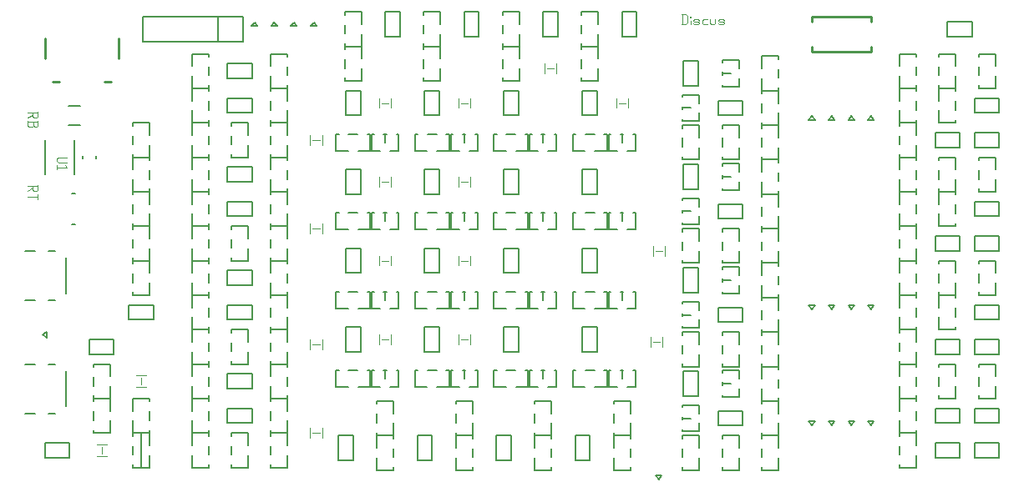
<source format=gbr>
G04 start of page 9 for group -4079 idx -4079 *
G04 Title: (unknown), topsilk *
G04 Creator: pcb 1.99z *
G04 CreationDate: Sun 08 Dec 2013 02:25:59 GMT UTC *
G04 For: ralph *
G04 Format: Gerber/RS-274X *
G04 PCB-Dimensions (mm): 102.00 52.00 *
G04 PCB-Coordinate-Origin: lower left *
%MOMM*%
%FSLAX43Y43*%
%LNTOPSILK*%
%ADD87C,0.250*%
%ADD86C,0.200*%
%ADD85C,0.150*%
%ADD84C,0.127*%
%ADD83C,0.125*%
G54D83*X67877Y49996D02*Y48980D01*
X68207Y49996D02*X68385Y49818D01*
Y49158D01*
X68207Y48980D02*X68385Y49158D01*
X67750Y48980D02*X68207D01*
X67750Y49996D02*X68207D01*
G54D84*X68690Y49742D02*Y49717D01*
G54D83*Y49361D02*Y48980D01*
X69071D02*X69452D01*
X69579Y49107D01*
X69452Y49234D02*X69579Y49107D01*
X69071Y49234D02*X69452D01*
X68944Y49361D02*X69071Y49234D01*
X68944Y49361D02*X69071Y49488D01*
X69452D01*
X69579Y49361D01*
X68944Y49107D02*X69071Y48980D01*
X70011Y49488D02*X70392D01*
X69884Y49361D02*X70011Y49488D01*
X69884Y49361D02*Y49107D01*
X70011Y48980D01*
X70392D01*
X70696Y49488D02*Y49107D01*
X70823Y48980D01*
X71077D01*
X71204Y49107D01*
Y49488D02*Y49107D01*
X71636Y48980D02*X72017D01*
X72144Y49107D01*
X72017Y49234D02*X72144Y49107D01*
X71636Y49234D02*X72017D01*
X71509Y49361D02*X71636Y49234D01*
X71509Y49361D02*X71636Y49488D01*
X72017D01*
X72144Y49361D01*
X71509Y49107D02*X71636Y48980D01*
G54D85*X89900Y11000D02*X91600D01*
X89900Y7500D02*X91600D01*
Y7800D02*Y7500D01*
Y11000D02*Y10700D01*
X89900Y11000D02*Y9750D01*
Y8750D02*Y7500D01*
X91600Y9700D02*Y8800D01*
X89900Y4000D02*X91600D01*
X89900Y7500D02*X91600D01*
X89900D02*Y7200D01*
Y4300D02*Y4000D01*
X91600Y5250D02*Y4000D01*
Y7500D02*Y6250D01*
X89900Y6200D02*Y5300D01*
G54D86*X87300Y8700D02*X87000Y8300D01*
X86700Y8700D02*X87000Y8300D01*
X86700Y8700D02*X87300D01*
X85300D02*X85000Y8300D01*
X84700Y8700D02*X85000Y8300D01*
X84700Y8700D02*X85300D01*
X83300D02*X83000Y8300D01*
X82700Y8700D02*X83000Y8300D01*
X82700Y8700D02*X83300D01*
X81300D02*X81000Y8300D01*
X80700Y8700D02*X81000Y8300D01*
X80700Y8700D02*X81300D01*
G54D85*X96000Y8500D02*Y10000D01*
X93500D01*
Y8500D01*
X96000D01*
Y15500D02*Y17000D01*
X93500D01*
Y15500D01*
X96000D01*
X97500Y6500D02*Y5000D01*
X100000D01*
Y6500D02*Y5000D01*
X97500Y6500D02*X100000D01*
X96000Y5000D02*Y6500D01*
X93500D01*
Y5000D01*
X96000D01*
X89900Y14500D02*X91600D01*
X89900Y11000D02*X91600D01*
Y11300D02*Y11000D01*
Y14500D02*Y14200D01*
X89900Y14500D02*Y13250D01*
Y12250D02*Y11000D01*
X91600Y13200D02*Y12300D01*
X93900Y11000D02*X95600D01*
X93900Y14500D02*X95600D01*
X93900D02*Y14200D01*
Y11300D02*Y11000D01*
X95600Y12250D02*Y11000D01*
Y14500D02*Y13250D01*
X93900Y13200D02*Y12300D01*
X97900Y11000D02*X99600D01*
X97900Y14500D02*X99600D01*
X97900D02*Y14200D01*
Y11300D02*Y11000D01*
X99600Y12250D02*Y11000D01*
Y14500D02*Y13250D01*
X97900Y13200D02*Y12300D01*
X97500Y10000D02*Y8500D01*
X100000D01*
Y10000D02*Y8500D01*
X97500Y10000D02*X100000D01*
X97500Y17000D02*Y15500D01*
X100000D01*
Y17000D02*Y15500D01*
X97500Y17000D02*X100000D01*
X93900Y21500D02*X95600D01*
X93900Y18000D02*X95600D01*
Y18300D02*Y18000D01*
Y21500D02*Y21200D01*
X93900Y21500D02*Y20250D01*
Y19250D02*Y18000D01*
X95600Y20200D02*Y19300D01*
X89900Y25000D02*X91600D01*
X89900Y21500D02*X91600D01*
Y21800D02*Y21500D01*
Y25000D02*Y24700D01*
X89900Y25000D02*Y23750D01*
Y22750D02*Y21500D01*
X91600Y23700D02*Y22800D01*
X93900Y21500D02*X95600D01*
X93900Y25000D02*X95600D01*
X93900D02*Y24700D01*
Y21800D02*Y21500D01*
X95600Y22750D02*Y21500D01*
Y25000D02*Y23750D01*
X93900Y23700D02*Y22800D01*
X97900Y21500D02*X99600D01*
X97900Y25000D02*X99600D01*
X97900D02*Y24700D01*
Y21800D02*Y21500D01*
X99600Y22750D02*Y21500D01*
Y25000D02*Y23750D01*
X97900Y23700D02*Y22800D01*
X89900Y21500D02*X91600D01*
X89900Y18000D02*X91600D01*
Y18300D02*Y18000D01*
Y21500D02*Y21200D01*
X89900Y21500D02*Y20250D01*
Y19250D02*Y18000D01*
X91600Y20200D02*Y19300D01*
X89900Y14500D02*X91600D01*
X89900Y18000D02*X91600D01*
X89900D02*Y17700D01*
Y14800D02*Y14500D01*
X91600Y15750D02*Y14500D01*
Y18000D02*Y16750D01*
X89900Y16700D02*Y15800D01*
G54D86*X87300Y20450D02*X87000Y20050D01*
X86700Y20450D02*X87000Y20050D01*
X86700Y20450D02*X87300D01*
X85300D02*X85000Y20050D01*
X84700Y20450D02*X85000Y20050D01*
X84700Y20450D02*X85300D01*
X83300D02*X83000Y20050D01*
X82700Y20450D02*X83000Y20050D01*
X82700Y20450D02*X83300D01*
X81300D02*X81000Y20050D01*
X80700Y20450D02*X81000Y20050D01*
X80700Y20450D02*X81300D01*
G54D85*X75900Y14250D02*X77600D01*
X75900Y10750D02*X77600D01*
Y11050D02*Y10750D01*
Y14250D02*Y13950D01*
X75900Y14250D02*Y13000D01*
Y12000D02*Y10750D01*
X77600Y12950D02*Y12050D01*
X75900Y7250D02*X77600D01*
X75900Y10750D02*X77600D01*
X75900D02*Y10450D01*
Y7550D02*Y7250D01*
X77600Y8500D02*Y7250D01*
Y10750D02*Y9500D01*
X75900Y9450D02*Y8550D01*
X71900Y11150D02*X73600D01*
X71900Y13850D02*X73600D01*
X71900D02*Y13650D01*
Y11350D02*Y11150D01*
X73600Y12000D02*Y11150D01*
Y13850D02*Y13000D01*
X71900Y12650D02*Y12350D01*
Y12500D02*X72750D01*
X68000Y11250D02*X69500D01*
Y13750D02*Y11250D01*
X68000Y13750D02*X69500D01*
X68000D02*Y11250D01*
X71900Y21650D02*X73600D01*
X71900Y24350D02*X73600D01*
X71900D02*Y24150D01*
Y21850D02*Y21650D01*
X73600Y22500D02*Y21650D01*
Y24350D02*Y23500D01*
X71900Y23150D02*Y22850D01*
Y23000D02*X72750D01*
X75900Y14250D02*X77600D01*
X75900Y17750D02*X77600D01*
X75900D02*Y17450D01*
Y14550D02*Y14250D01*
X77600Y15500D02*Y14250D01*
Y17750D02*Y16500D01*
X75900Y16450D02*Y15550D01*
X71900Y14250D02*X73600D01*
X71900Y17750D02*X73600D01*
X71900D02*Y17450D01*
Y14550D02*Y14250D01*
X73600Y15500D02*Y14250D01*
Y17750D02*Y16500D01*
X71900Y16450D02*Y15550D01*
X67900Y14250D02*X69600D01*
X67900Y17750D02*X69600D01*
X67900D02*Y17450D01*
Y14550D02*Y14250D01*
X69600Y15500D02*Y14250D01*
Y17750D02*Y16500D01*
X67900Y16450D02*Y15550D01*
G54D83*X65850Y17250D02*Y16250D01*
X64650Y17250D02*Y16250D01*
X64900Y16750D02*X65600D01*
X66100Y26500D02*Y25500D01*
X64900Y26500D02*Y25500D01*
X65150Y26000D02*X65850D01*
G54D85*X67900Y7650D02*X69600D01*
X67900Y10350D02*X69600D01*
X67900D02*Y10150D01*
Y7850D02*Y7650D01*
X69600Y8500D02*Y7650D01*
Y10350D02*Y9500D01*
X67900Y9150D02*Y8850D01*
Y9000D02*X68750D01*
X67900Y3750D02*X69600D01*
X67900Y7250D02*X69600D01*
X67900D02*Y6950D01*
Y4050D02*Y3750D01*
X69600Y5000D02*Y3750D01*
Y7250D02*Y6000D01*
X67900Y5950D02*Y5050D01*
X74000Y8250D02*Y9750D01*
X71500D01*
Y8250D01*
X74000D01*
X71900Y3750D02*X73600D01*
X71900Y7250D02*X73600D01*
X71900D02*Y6950D01*
Y4050D02*Y3750D01*
X73600Y5000D02*Y3750D01*
Y7250D02*Y6000D01*
X71900Y5950D02*Y5050D01*
X75900Y3750D02*X77600D01*
X75900Y7250D02*X77600D01*
X75900D02*Y6950D01*
Y4050D02*Y3750D01*
X77600Y5000D02*Y3750D01*
Y7250D02*Y6000D01*
X75900Y5950D02*Y5050D01*
G54D86*X65800Y3200D02*X65500Y2800D01*
X65200Y3200D02*X65500Y2800D01*
X65200Y3200D02*X65800D01*
G54D85*X52400Y37850D02*Y36150D01*
X55100Y37850D02*Y36150D01*
X54900Y37850D02*X55100D01*
X52400D02*X52600D01*
X52400Y36150D02*X53250D01*
X54250D02*X55100D01*
X53600Y37850D02*X53900D01*
X53750D02*Y37000D01*
X48750Y37850D02*Y36150D01*
X52250Y37850D02*Y36150D01*
X51950Y37850D02*X52250D01*
X48750D02*X49050D01*
X48750Y36150D02*X50000D01*
X51000D02*X52250D01*
X50050Y37850D02*X50950D01*
X41750Y42250D02*X43250D01*
X41750D02*Y39750D01*
X43250D01*
Y42250D02*Y39750D01*
G54D83*X46350Y41500D02*Y40500D01*
X45150Y41500D02*Y40500D01*
X45400Y41000D02*X46100D01*
X46350Y33500D02*Y32500D01*
X45150Y33500D02*Y32500D01*
X45400Y33000D02*X46100D01*
X55100Y45000D02*Y44000D01*
X53900Y45000D02*Y44000D01*
X54150Y44500D02*X54850D01*
G54D85*X60400Y29850D02*Y28150D01*
X63100Y29850D02*Y28150D01*
X62900Y29850D02*X63100D01*
X60400D02*X60600D01*
X60400Y28150D02*X61250D01*
X62250D02*X63100D01*
X61600Y29850D02*X61900D01*
X61750D02*Y29000D01*
X56750Y37850D02*Y36150D01*
X60250Y37850D02*Y36150D01*
X59950Y37850D02*X60250D01*
X56750D02*X57050D01*
X56750Y36150D02*X58000D01*
X59000D02*X60250D01*
X58050Y37850D02*X58950D01*
X57750Y42250D02*X59250D01*
X57750D02*Y39750D01*
X59250D01*
Y42250D02*Y39750D01*
X60400Y37850D02*Y36150D01*
X63100Y37850D02*Y36150D01*
X62900Y37850D02*X63100D01*
X60400D02*X60600D01*
X60400Y36150D02*X61250D01*
X62250D02*X63100D01*
X61600Y37850D02*X61900D01*
X61750D02*Y37000D01*
G54D83*X62350Y41500D02*Y40500D01*
X61150Y41500D02*Y40500D01*
X61400Y41000D02*X62100D01*
G54D85*X56750Y29850D02*Y28150D01*
X60250Y29850D02*Y28150D01*
X59950Y29850D02*X60250D01*
X56750D02*X57050D01*
X56750Y28150D02*X58000D01*
X59000D02*X60250D01*
X58050Y29850D02*X58950D01*
X57750Y34250D02*X59250D01*
X57750D02*Y31750D01*
X59250D01*
Y34250D02*Y31750D01*
X57750Y26250D02*X59250D01*
X57750D02*Y23750D01*
X59250D01*
Y26250D02*Y23750D01*
X56750Y21850D02*Y20150D01*
X60250Y21850D02*Y20150D01*
X59950Y21850D02*X60250D01*
X56750D02*X57050D01*
X56750Y20150D02*X58000D01*
X59000D02*X60250D01*
X58050Y21850D02*X58950D01*
X57750Y18250D02*X59250D01*
X57750D02*Y15750D01*
X59250D01*
Y18250D02*Y15750D01*
G54D83*X46350Y25500D02*Y24500D01*
X45150Y25500D02*Y24500D01*
X45400Y25000D02*X46100D01*
G54D85*X52400Y21850D02*Y20150D01*
X55100Y21850D02*Y20150D01*
X54900Y21850D02*X55100D01*
X52400D02*X52600D01*
X52400Y20150D02*X53250D01*
X54250D02*X55100D01*
X53600Y21850D02*X53900D01*
X53750D02*Y21000D01*
X44400Y21850D02*Y20150D01*
X47100Y21850D02*Y20150D01*
X46900Y21850D02*X47100D01*
X44400D02*X44600D01*
X44400Y20150D02*X45250D01*
X46250D02*X47100D01*
X45600Y21850D02*X45900D01*
X45750D02*Y21000D01*
X48750Y21850D02*Y20150D01*
X52250Y21850D02*Y20150D01*
X51950Y21850D02*X52250D01*
X48750D02*X49050D01*
X48750Y20150D02*X50000D01*
X51000D02*X52250D01*
X50050Y21850D02*X50950D01*
X44400Y13850D02*Y12150D01*
X47100Y13850D02*Y12150D01*
X46900Y13850D02*X47100D01*
X44400D02*X44600D01*
X44400Y12150D02*X45250D01*
X46250D02*X47100D01*
X45600Y13850D02*X45900D01*
X45750D02*Y13000D01*
X41750Y18250D02*X43250D01*
X41750D02*Y15750D01*
X43250D01*
Y18250D02*Y15750D01*
X44900Y7250D02*X46600D01*
X44900Y10750D02*X46600D01*
X44900D02*Y10450D01*
Y7550D02*Y7250D01*
X46600Y8500D02*Y7250D01*
Y10750D02*Y9500D01*
X44900Y9450D02*Y8550D01*
G54D83*X46350Y17500D02*Y16500D01*
X45150Y17500D02*Y16500D01*
X45400Y17000D02*X46100D01*
G54D85*X49750Y18250D02*X51250D01*
X49750D02*Y15750D01*
X51250D01*
Y18250D02*Y15750D01*
X52400Y13850D02*Y12150D01*
X55100Y13850D02*Y12150D01*
X54900Y13850D02*X55100D01*
X52400D02*X52600D01*
X52400Y12150D02*X53250D01*
X54250D02*X55100D01*
X53600Y13850D02*X53900D01*
X53750D02*Y13000D01*
X48750Y13850D02*Y12150D01*
X52250Y13850D02*Y12150D01*
X51950Y13850D02*X52250D01*
X48750D02*X49050D01*
X48750Y12150D02*X50000D01*
X51000D02*X52250D01*
X50050Y13850D02*X50950D01*
X52900Y7250D02*X54600D01*
X52900Y10750D02*X54600D01*
X52900D02*Y10450D01*
Y7550D02*Y7250D01*
X54600Y8500D02*Y7250D01*
Y10750D02*Y9500D01*
X52900Y9450D02*Y8550D01*
X60400Y21850D02*Y20150D01*
X63100Y21850D02*Y20150D01*
X62900Y21850D02*X63100D01*
X60400D02*X60600D01*
X60400Y20150D02*X61250D01*
X62250D02*X63100D01*
X61600Y21850D02*X61900D01*
X61750D02*Y21000D01*
X56750Y13850D02*Y12150D01*
X60250Y13850D02*Y12150D01*
X59950Y13850D02*X60250D01*
X56750D02*X57050D01*
X56750Y12150D02*X58000D01*
X59000D02*X60250D01*
X58050Y13850D02*X58950D01*
X60400D02*Y12150D01*
X63100Y13850D02*Y12150D01*
X62900Y13850D02*X63100D01*
X60400D02*X60600D01*
X60400Y12150D02*X61250D01*
X62250D02*X63100D01*
X61600Y13850D02*X61900D01*
X61750D02*Y13000D01*
X60900Y7250D02*X62600D01*
X60900Y3750D02*X62600D01*
Y4050D02*Y3750D01*
Y7250D02*Y6950D01*
X60900Y7250D02*Y6000D01*
Y5000D02*Y3750D01*
X62600Y5950D02*Y5050D01*
X60900Y7250D02*X62600D01*
X60900Y10750D02*X62600D01*
X60900D02*Y10450D01*
Y7550D02*Y7250D01*
X62600Y8500D02*Y7250D01*
Y10750D02*Y9500D01*
X60900Y9450D02*Y8550D01*
X93900Y32000D02*X95600D01*
X93900Y28500D02*X95600D01*
Y28800D02*Y28500D01*
Y32000D02*Y31700D01*
X93900Y32000D02*Y30750D01*
Y29750D02*Y28500D01*
X95600Y30700D02*Y29800D01*
X96000Y26000D02*Y27500D01*
X93500D01*
Y26000D01*
X96000D01*
X93900Y32000D02*X95600D01*
X93900Y35500D02*X95600D01*
X93900D02*Y35200D01*
Y32300D02*Y32000D01*
X95600Y33250D02*Y32000D01*
Y35500D02*Y34250D01*
X93900Y34200D02*Y33300D01*
X89900Y35500D02*X91600D01*
X89900Y32000D02*X91600D01*
Y32300D02*Y32000D01*
Y35500D02*Y35200D01*
X89900Y35500D02*Y34250D01*
Y33250D02*Y32000D01*
X91600Y34200D02*Y33300D01*
X75900Y17750D02*X77600D01*
X75900Y21250D02*X77600D01*
X75900D02*Y20950D01*
Y18050D02*Y17750D01*
X77600Y19000D02*Y17750D01*
Y21250D02*Y20000D01*
X75900Y19950D02*Y19050D01*
X89900Y32000D02*X91600D01*
X89900Y28500D02*X91600D01*
Y28800D02*Y28500D01*
Y32000D02*Y31700D01*
X89900Y32000D02*Y30750D01*
Y29750D02*Y28500D01*
X91600Y30700D02*Y29800D01*
X89900Y25000D02*X91600D01*
X89900Y28500D02*X91600D01*
X89900D02*Y28200D01*
Y25300D02*Y25000D01*
X91600Y26250D02*Y25000D01*
Y28500D02*Y27250D01*
X89900Y27200D02*Y26300D01*
X75900Y35250D02*X77600D01*
X75900Y31750D02*X77600D01*
Y32050D02*Y31750D01*
Y35250D02*Y34950D01*
X75900Y35250D02*Y34000D01*
Y33000D02*Y31750D01*
X77600Y33950D02*Y33050D01*
X75900Y28250D02*X77600D01*
X75900Y31750D02*X77600D01*
X75900D02*Y31450D01*
Y28550D02*Y28250D01*
X77600Y29500D02*Y28250D01*
Y31750D02*Y30500D01*
X75900Y30450D02*Y29550D01*
Y24750D02*X77600D01*
X75900Y28250D02*X77600D01*
X75900D02*Y27950D01*
Y25050D02*Y24750D01*
X77600Y26000D02*Y24750D01*
Y28250D02*Y27000D01*
X75900Y26950D02*Y26050D01*
X97900Y32000D02*X99600D01*
X97900Y35500D02*X99600D01*
X97900D02*Y35200D01*
Y32300D02*Y32000D01*
X99600Y33250D02*Y32000D01*
Y35500D02*Y34250D01*
X97900Y34200D02*Y33300D01*
X97500Y31000D02*Y29500D01*
X100000D01*
Y31000D02*Y29500D01*
X97500Y31000D02*X100000D01*
X97500Y27500D02*Y26000D01*
X100000D01*
Y27500D02*Y26000D01*
X97500Y27500D02*X100000D01*
X97500Y20500D02*Y19000D01*
X100000D01*
Y20500D02*Y19000D01*
X97500Y20500D02*X100000D01*
X75900Y24750D02*X77600D01*
X75900Y21250D02*X77600D01*
Y21550D02*Y21250D01*
Y24750D02*Y24450D01*
X75900Y24750D02*Y23500D01*
Y22500D02*Y21250D01*
X77600Y23450D02*Y22550D01*
X68000Y21750D02*X69500D01*
Y24250D02*Y21750D01*
X68000Y24250D02*X69500D01*
X68000D02*Y21750D01*
X74000Y18750D02*Y20250D01*
X71500D01*
Y18750D01*
X74000D01*
X67900Y18150D02*X69600D01*
X67900Y20850D02*X69600D01*
X67900D02*Y20650D01*
Y18350D02*Y18150D01*
X69600Y19000D02*Y18150D01*
Y20850D02*Y20000D01*
X67900Y19650D02*Y19350D01*
Y19500D02*X68750D01*
X71900Y35250D02*X73600D01*
X71900Y38750D02*X73600D01*
X71900D02*Y38450D01*
Y35550D02*Y35250D01*
X73600Y36500D02*Y35250D01*
Y38750D02*Y37500D01*
X71900Y37450D02*Y36550D01*
Y32150D02*X73600D01*
X71900Y34850D02*X73600D01*
X71900D02*Y34650D01*
Y32350D02*Y32150D01*
X73600Y33000D02*Y32150D01*
Y34850D02*Y34000D01*
X71900Y33650D02*Y33350D01*
Y33500D02*X72750D01*
X67900Y35250D02*X69600D01*
X67900Y38750D02*X69600D01*
X67900D02*Y38450D01*
Y35550D02*Y35250D01*
X69600Y36500D02*Y35250D01*
Y38750D02*Y37500D01*
X67900Y37450D02*Y36550D01*
X68000Y32250D02*X69500D01*
Y34750D02*Y32250D01*
X68000Y34750D02*X69500D01*
X68000D02*Y32250D01*
X74000Y29250D02*Y30750D01*
X71500D01*
Y29250D01*
X74000D01*
X67900Y28650D02*X69600D01*
X67900Y31350D02*X69600D01*
X67900D02*Y31150D01*
Y28850D02*Y28650D01*
X69600Y29500D02*Y28650D01*
Y31350D02*Y30500D01*
X67900Y30150D02*Y29850D01*
Y30000D02*X68750D01*
X67900Y24750D02*X69600D01*
X67900Y28250D02*X69600D01*
X67900D02*Y27950D01*
Y25050D02*Y24750D01*
X69600Y26000D02*Y24750D01*
Y28250D02*Y27000D01*
X67900Y26950D02*Y26050D01*
X71900Y24750D02*X73600D01*
X71900Y28250D02*X73600D01*
X71900D02*Y27950D01*
Y25050D02*Y24750D01*
X73600Y26000D02*Y24750D01*
Y28250D02*Y27000D01*
X71900Y26950D02*Y26050D01*
X75900Y35250D02*X77600D01*
X75900Y38750D02*X77600D01*
X75900D02*Y38450D01*
Y35550D02*Y35250D01*
X77600Y36500D02*Y35250D01*
Y38750D02*Y37500D01*
X75900Y37450D02*Y36550D01*
Y38750D02*X77600D01*
X75900Y42250D02*X77600D01*
X75900D02*Y41950D01*
Y39050D02*Y38750D01*
X77600Y40000D02*Y38750D01*
Y42250D02*Y41000D01*
X75900Y40950D02*Y40050D01*
X74000Y39750D02*Y41250D01*
X71500D01*
Y39750D01*
X74000D01*
X71900Y42650D02*X73600D01*
X71900Y45350D02*X73600D01*
X71900Y45150D02*Y45350D01*
Y42650D02*Y42850D01*
X73600Y42650D02*Y43500D01*
Y44500D02*Y45350D01*
X71900Y43850D02*Y44150D01*
Y44000D02*X72750D01*
X75900Y45750D02*X77600D01*
X75900Y42250D02*X77600D01*
Y42550D02*Y42250D01*
Y45750D02*Y45450D01*
X75900Y45750D02*Y44500D01*
Y43500D02*Y42250D01*
X77600Y44450D02*Y43550D01*
X67900Y39150D02*X69600D01*
X67900Y41850D02*X69600D01*
X67900D02*Y41650D01*
Y39350D02*Y39150D01*
X69600Y40000D02*Y39150D01*
Y41850D02*Y41000D01*
X67900Y40650D02*Y40350D01*
Y40500D02*X68750D01*
X68000Y42750D02*X69500D01*
Y45250D02*Y42750D01*
X68000Y45250D02*X69500D01*
X68000D02*Y42750D01*
X93900Y42500D02*X95600D01*
X93900Y39000D02*X95600D01*
Y39300D02*Y39000D01*
Y42500D02*Y42200D01*
X93900Y42500D02*Y41250D01*
Y40250D02*Y39000D01*
X95600Y41200D02*Y40300D01*
X96000Y38000D02*Y36500D01*
X93500Y38000D02*X96000D01*
X93500D02*Y36500D01*
X96000D01*
X89900Y35500D02*X91600D01*
X89900Y39000D02*X91600D01*
X89900D02*Y38700D01*
Y35800D02*Y35500D01*
X91600Y36750D02*Y35500D01*
Y39000D02*Y37750D01*
X89900Y37700D02*Y36800D01*
Y46000D02*X91600D01*
X89900Y42500D02*X91600D01*
Y42800D02*Y42500D01*
Y46000D02*Y45700D01*
X89900Y46000D02*Y44750D01*
Y43750D02*Y42500D01*
X91600Y44700D02*Y43800D01*
X89900Y42500D02*X91600D01*
X89900Y39000D02*X91600D01*
Y39300D02*Y39000D01*
Y42500D02*Y42200D01*
X89900Y42500D02*Y41250D01*
Y40250D02*Y39000D01*
X91600Y41200D02*Y40300D01*
X97900Y42500D02*X99600D01*
X97900Y46000D02*X99600D01*
X97900Y45700D02*Y46000D01*
Y42500D02*Y42800D01*
X99600Y42500D02*Y43750D01*
Y44750D02*Y46000D01*
X97900Y43800D02*Y44700D01*
X97500Y38000D02*Y36500D01*
X100000D01*
Y38000D02*Y36500D01*
X97500Y38000D02*X100000D01*
X97500Y41500D02*Y40000D01*
X100000D01*
Y41500D02*Y40000D01*
X97500Y41500D02*X100000D01*
X93900Y42500D02*X95600D01*
X93900Y46000D02*X95600D01*
X93900Y45700D02*Y46000D01*
Y42500D02*Y42800D01*
X95600Y42500D02*Y43750D01*
Y44750D02*Y46000D01*
X93900Y43800D02*Y44700D01*
X97250Y47750D02*Y49250D01*
X94750D01*
Y47750D01*
X97250D01*
G54D86*X82700Y39300D02*X83000Y39700D01*
X83300Y39300D02*X83000Y39700D01*
X82700Y39300D02*X83300D01*
X84700D02*X85000Y39700D01*
X85300Y39300D02*X85000Y39700D01*
X84700Y39300D02*X85300D01*
X80700D02*X81000Y39700D01*
X81300Y39300D02*X81000Y39700D01*
X80700Y39300D02*X81300D01*
X86700D02*X87000Y39700D01*
X87300Y39300D02*X87000Y39700D01*
X86700Y39300D02*X87300D01*
G54D87*X81000Y49750D02*Y49250D01*
X87000Y49750D02*Y49250D01*
Y46250D02*Y46750D01*
X81000Y46250D02*Y46750D01*
Y46250D02*X87000D01*
X81000Y49750D02*X87000D01*
G54D85*X11750Y20500D02*Y19000D01*
X14250D01*
Y20500D02*Y19000D01*
X11750Y20500D02*X14250D01*
X10250Y15500D02*Y17000D01*
X7750D01*
Y15500D01*
X10250D01*
G54D83*X12500Y12150D02*X13500D01*
X12500Y13350D02*X13500D01*
X13000Y13100D02*Y12400D01*
G54D85*X12150Y21500D02*X13850D01*
X12150Y25000D02*X13850D01*
X12150D02*Y24700D01*
Y21800D02*Y21500D01*
X13850Y22750D02*Y21500D01*
Y25000D02*Y23750D01*
X12150Y23700D02*Y22800D01*
X8150Y11000D02*X9850D01*
X8150Y14500D02*X9850D01*
X8150D02*Y14200D01*
Y11300D02*Y11000D01*
X9850Y12250D02*Y11000D01*
Y14500D02*Y13250D01*
X8150Y13200D02*Y12300D01*
X24250Y29500D02*Y31000D01*
X21750D01*
Y29500D01*
X24250D01*
X22150Y25000D02*X23850D01*
X22150Y28500D02*X23850D01*
X22150D02*Y28200D01*
Y25300D02*Y25000D01*
X23850Y26250D02*Y25000D01*
Y28500D02*Y27250D01*
X22150Y27200D02*Y26300D01*
X18150Y28500D02*X19850D01*
X18150Y25000D02*X19850D01*
Y25300D02*Y25000D01*
Y28500D02*Y28200D01*
X18150Y28500D02*Y27250D01*
Y26250D02*Y25000D01*
X19850Y27200D02*Y26300D01*
X18150Y32000D02*X19850D01*
X18150Y28500D02*X19850D01*
Y28800D02*Y28500D01*
Y32000D02*Y31700D01*
X18150Y32000D02*Y30750D01*
Y29750D02*Y28500D01*
X19850Y30700D02*Y29800D01*
X18150Y25000D02*X19850D01*
X18150Y21500D02*X19850D01*
Y21800D02*Y21500D01*
Y25000D02*Y24700D01*
X18150Y25000D02*Y23750D01*
Y22750D02*Y21500D01*
X19850Y23700D02*Y22800D01*
X21750Y24000D02*Y22500D01*
X24250D01*
Y24000D02*Y22500D01*
X21750Y24000D02*X24250D01*
G54D86*X30200Y48800D02*X30500Y49200D01*
X30800Y48800D02*X30500Y49200D01*
X30200Y48800D02*X30800D01*
G54D83*X31350Y37750D02*Y36750D01*
X30150Y37750D02*Y36750D01*
X30400Y37250D02*X31100D01*
G54D86*X28200Y48800D02*X28500Y49200D01*
X28800Y48800D02*X28500Y49200D01*
X28200Y48800D02*X28800D01*
X26200D02*X26500Y49200D01*
X26800Y48800D02*X26500Y49200D01*
X26200Y48800D02*X26800D01*
X24200D02*X24500Y49200D01*
X24800Y48800D02*X24500Y49200D01*
X24200Y48800D02*X24800D01*
X13170Y49770D02*Y47230D01*
Y49770D02*X23330D01*
Y47230D01*
X13170D02*X23330D01*
Y49770D02*Y47230D01*
X20790D02*X23330D01*
X20790Y49770D02*Y47230D01*
Y49770D02*X23330D01*
G54D85*X24250Y40000D02*Y41500D01*
X21750D01*
Y40000D01*
X24250D01*
X18150Y42500D02*X19850D01*
X18150Y39000D02*X19850D01*
Y39300D02*Y39000D01*
Y42500D02*Y42200D01*
X18150Y42500D02*Y41250D01*
Y40250D02*Y39000D01*
X19850Y41200D02*Y40300D01*
X26150Y39000D02*X27850D01*
X26150Y42500D02*X27850D01*
X26150D02*Y42200D01*
Y39300D02*Y39000D01*
X27850Y40250D02*Y39000D01*
Y42500D02*Y41250D01*
X26150Y41200D02*Y40300D01*
Y46000D02*X27850D01*
X26150Y42500D02*X27850D01*
Y42800D02*Y42500D01*
Y46000D02*Y45700D01*
X26150Y46000D02*Y44750D01*
Y43750D02*Y42500D01*
X27850Y44700D02*Y43800D01*
X21750Y45000D02*Y43500D01*
X24250D01*
Y45000D02*Y43500D01*
X21750Y45000D02*X24250D01*
X18150Y46000D02*X19850D01*
X18150Y42500D02*X19850D01*
Y42800D02*Y42500D01*
Y46000D02*Y45700D01*
X18150Y46000D02*Y44750D01*
Y43750D02*Y42500D01*
X19850Y44700D02*Y43800D01*
X22150Y35500D02*X23850D01*
X22150Y39000D02*X23850D01*
X22150D02*Y38700D01*
Y35800D02*Y35500D01*
X23850Y36750D02*Y35500D01*
Y39000D02*Y37750D01*
X22150Y37700D02*Y36800D01*
X26150Y35500D02*X27850D01*
X26150Y39000D02*X27850D01*
X26150D02*Y38700D01*
Y35800D02*Y35500D01*
X27850Y36750D02*Y35500D01*
Y39000D02*Y37750D01*
X26150Y37700D02*Y36800D01*
X18150Y39000D02*X19850D01*
X18150Y35500D02*X19850D01*
Y35800D02*Y35500D01*
Y39000D02*Y38700D01*
X18150Y39000D02*Y37750D01*
Y36750D02*Y35500D01*
X19850Y37700D02*Y36800D01*
X26150Y35500D02*X27850D01*
X26150Y32000D02*X27850D01*
Y32300D02*Y32000D01*
Y35500D02*Y35200D01*
X26150Y35500D02*Y34250D01*
Y33250D02*Y32000D01*
X27850Y34200D02*Y33300D01*
X21750Y34500D02*Y33000D01*
X24250D01*
Y34500D02*Y33000D01*
X21750Y34500D02*X24250D01*
X18150Y35500D02*X19850D01*
X18150Y32000D02*X19850D01*
Y32300D02*Y32000D01*
Y35500D02*Y35200D01*
X18150Y35500D02*Y34250D01*
Y33250D02*Y32000D01*
X19850Y34200D02*Y33300D01*
X26150Y25000D02*X27850D01*
X26150Y28500D02*X27850D01*
X26150D02*Y28200D01*
Y25300D02*Y25000D01*
X27850Y26250D02*Y25000D01*
Y28500D02*Y27250D01*
X26150Y27200D02*Y26300D01*
Y28500D02*X27850D01*
X26150Y32000D02*X27850D01*
X26150D02*Y31700D01*
Y28800D02*Y28500D01*
X27850Y29750D02*Y28500D01*
Y32000D02*Y30750D01*
X26150Y30700D02*Y29800D01*
Y25000D02*X27850D01*
X26150Y21500D02*X27850D01*
Y21800D01*
Y24700D02*Y25000D01*
X26150Y23750D02*Y25000D01*
Y21500D02*Y22750D01*
X27850Y22800D02*Y23700D01*
X26150Y14500D02*X27850D01*
X26150Y11000D02*X27850D01*
Y11300D01*
Y14200D02*Y14500D01*
X26150Y13250D02*Y14500D01*
Y11000D02*Y12250D01*
X27850Y12300D02*Y13200D01*
X26150Y14500D02*X27850D01*
X26150Y18000D02*X27850D01*
X26150D02*Y17700D01*
Y14800D02*Y14500D01*
X27850Y15750D02*Y14500D01*
Y18000D02*Y16750D01*
X26150Y16700D02*Y15800D01*
G54D86*X5950Y31850D02*X6350D01*
X5950Y28650D02*X6350D01*
G54D85*X5650Y38800D02*X6850D01*
X5650Y40700D02*X6850D01*
G54D87*X9286Y43200D02*X10000D01*
X4000D02*X4714D01*
X10700Y47600D02*Y45500D01*
X3300Y47600D02*Y45500D01*
G54D85*X12150Y28500D02*X13850D01*
X12150Y32000D02*X13850D01*
X12150D02*Y31700D01*
Y28800D02*Y28500D01*
X13850Y29750D02*Y28500D01*
Y32000D02*Y30750D01*
X12150Y30700D02*Y29800D01*
Y35500D02*X13850D01*
X12150Y39000D02*X13850D01*
X12150D02*Y38700D01*
Y35800D02*Y35500D01*
X13850Y36750D02*Y35500D01*
Y39000D02*Y37750D01*
X12150Y37700D02*Y36800D01*
Y35500D02*X13850D01*
X12150Y32000D02*X13850D01*
Y32300D02*Y32000D01*
Y35500D02*Y35200D01*
X12150Y35500D02*Y34250D01*
Y33250D02*Y32000D01*
X13850Y34200D02*Y33300D01*
X8450Y35600D02*Y35400D01*
X7050Y35600D02*Y35400D01*
G54D86*X3250Y37200D02*Y33800D01*
X6250Y37200D02*Y33800D01*
G54D85*X12150Y25000D02*X13850D01*
X12150Y28500D02*X13850D01*
X12150D02*Y28200D01*
Y25300D02*Y25000D01*
X13850Y26250D02*Y25000D01*
Y28500D02*Y27250D01*
X12150Y27200D02*Y26300D01*
X5350Y13800D02*Y10200D01*
X3650Y9500D02*X4250D01*
X3650Y14500D02*X4250D01*
X1250D02*X2250D01*
X1250Y9500D02*X2250D01*
X5350Y25300D02*Y21700D01*
X3650Y21000D02*X4250D01*
X3650Y26000D02*X4250D01*
X1250D02*X2250D01*
X1250Y21000D02*X2250D01*
G54D86*X3450Y17200D02*X3050Y17500D01*
X3450Y17800D02*X3050Y17500D01*
X3450Y17800D02*Y17200D01*
G54D85*X21750Y13500D02*Y12000D01*
X24250D01*
Y13500D02*Y12000D01*
X21750Y13500D02*X24250D01*
X26150Y7500D02*X27850D01*
X26150Y11000D02*X27850D01*
X26150D02*Y10700D01*
Y7800D02*Y7500D01*
X27850Y8750D02*Y7500D01*
Y11000D02*Y9750D01*
X26150Y9700D02*Y8800D01*
G54D83*X31350Y8000D02*Y7000D01*
X30150Y8000D02*Y7000D01*
X30400Y7500D02*X31100D01*
G54D85*X36400Y29850D02*Y28150D01*
X39100Y29850D02*Y28150D01*
X38900Y29850D02*X39100D01*
X36400D02*X36600D01*
X36400Y28150D02*X37250D01*
X38250D02*X39100D01*
X37600Y29850D02*X37900D01*
X37750D02*Y29000D01*
X32750Y29850D02*Y28150D01*
X36250Y29850D02*Y28150D01*
X35950Y29850D02*X36250D01*
X32750D02*X33050D01*
X32750Y28150D02*X34000D01*
X35000D02*X36250D01*
X34050Y29850D02*X34950D01*
G54D83*X31350Y28750D02*Y27750D01*
X30150Y28750D02*Y27750D01*
X30400Y28250D02*X31100D01*
G54D85*X40750Y21850D02*Y20150D01*
X44250Y21850D02*Y20150D01*
X43950Y21850D02*X44250D01*
X40750D02*X41050D01*
X40750Y20150D02*X42000D01*
X43000D02*X44250D01*
X42050Y21850D02*X42950D01*
X36400D02*Y20150D01*
X39100Y21850D02*Y20150D01*
X38900Y21850D02*X39100D01*
X36400D02*X36600D01*
X36400Y20150D02*X37250D01*
X38250D02*X39100D01*
X37600Y21850D02*X37900D01*
X37750D02*Y21000D01*
X32750Y21850D02*Y20150D01*
X36250Y21850D02*Y20150D01*
X35950Y21850D02*X36250D01*
X32750D02*X33050D01*
X32750Y20150D02*X34000D01*
X35000D02*X36250D01*
X34050Y21850D02*X34950D01*
X33750Y18250D02*X35250D01*
X33750D02*Y15750D01*
X35250D01*
Y18250D02*Y15750D01*
G54D83*X38350Y17500D02*Y16500D01*
X37150Y17500D02*Y16500D01*
X37400Y17000D02*X38100D01*
X31350D02*Y16000D01*
X30150Y17000D02*Y16000D01*
X30400Y16500D02*X31100D01*
G54D85*X33750Y26250D02*X35250D01*
X33750D02*Y23750D01*
X35250D01*
Y26250D02*Y23750D01*
G54D83*X38350Y25500D02*Y24500D01*
X37150Y25500D02*Y24500D01*
X37400Y25000D02*X38100D01*
G54D85*X49000Y4750D02*X50500D01*
Y7250D02*Y4750D01*
X49000Y7250D02*X50500D01*
X49000D02*Y4750D01*
X44900Y7250D02*X46600D01*
X44900Y3750D02*X46600D01*
Y4050D02*Y3750D01*
Y7250D02*Y6950D01*
X44900Y7250D02*Y6000D01*
Y5000D02*Y3750D01*
X46600Y5950D02*Y5050D01*
X36900Y7250D02*X38600D01*
X36900Y3750D02*X38600D01*
Y4050D02*Y3750D01*
Y7250D02*Y6950D01*
X36900Y7250D02*Y6000D01*
Y5000D02*Y3750D01*
X38600Y5950D02*Y5050D01*
X41000Y4750D02*X42500D01*
Y7250D02*Y4750D01*
X41000Y7250D02*X42500D01*
X41000D02*Y4750D01*
X33000D02*X34500D01*
Y7250D02*Y4750D01*
X33000Y7250D02*X34500D01*
X33000D02*Y4750D01*
X40750Y13850D02*Y12150D01*
X44250Y13850D02*Y12150D01*
X43950Y13850D02*X44250D01*
X40750D02*X41050D01*
X40750Y12150D02*X42000D01*
X43000D02*X44250D01*
X42050Y13850D02*X42950D01*
X36900Y7250D02*X38600D01*
X36900Y10750D02*X38600D01*
X36900D02*Y10450D01*
Y7550D02*Y7250D01*
X38600Y8500D02*Y7250D01*
Y10750D02*Y9500D01*
X36900Y9450D02*Y8550D01*
X57000Y4750D02*X58500D01*
Y7250D02*Y4750D01*
X57000Y7250D02*X58500D01*
X57000D02*Y4750D01*
X52900Y7250D02*X54600D01*
X52900Y3750D02*X54600D01*
Y4050D02*Y3750D01*
Y7250D02*Y6950D01*
X52900Y7250D02*Y6000D01*
Y5000D02*Y3750D01*
X54600Y5950D02*Y5050D01*
X36400Y13850D02*Y12150D01*
X39100Y13850D02*Y12150D01*
X38900Y13850D02*X39100D01*
X36400D02*X36600D01*
X36400Y12150D02*X37250D01*
X38250D02*X39100D01*
X37600Y13850D02*X37900D01*
X37750D02*Y13000D01*
X32750Y13850D02*Y12150D01*
X36250Y13850D02*Y12150D01*
X35950Y13850D02*X36250D01*
X32750D02*X33050D01*
X32750Y12150D02*X34000D01*
X35000D02*X36250D01*
X34050Y13850D02*X34950D01*
X44400Y37850D02*Y36150D01*
X47100Y37850D02*Y36150D01*
X46900Y37850D02*X47100D01*
X44400D02*X44600D01*
X44400Y36150D02*X45250D01*
X46250D02*X47100D01*
X45600Y37850D02*X45900D01*
X45750D02*Y37000D01*
X40750Y37850D02*Y36150D01*
X44250Y37850D02*Y36150D01*
X43950Y37850D02*X44250D01*
X40750D02*X41050D01*
X40750Y36150D02*X42000D01*
X43000D02*X44250D01*
X42050Y37850D02*X42950D01*
X33750Y42250D02*X35250D01*
X33750D02*Y39750D01*
X35250D01*
Y42250D02*Y39750D01*
G54D83*X38350Y41500D02*Y40500D01*
X37150Y41500D02*Y40500D01*
X37400Y41000D02*X38100D01*
G54D85*X41650Y46750D02*X43350D01*
X41650Y50250D02*X43350D01*
X41650D02*Y49950D01*
Y47050D02*Y46750D01*
X43350Y48000D02*Y46750D01*
Y50250D02*Y49000D01*
X41650Y48950D02*Y48050D01*
X37750Y50250D02*X39250D01*
X37750D02*Y47750D01*
X39250D01*
Y50250D02*Y47750D01*
X33650Y46750D02*X35350D01*
X33650Y50250D02*X35350D01*
X33650D02*Y49950D01*
Y47050D02*Y46750D01*
X35350Y48000D02*Y46750D01*
Y50250D02*Y49000D01*
X33650Y48950D02*Y48050D01*
X41650Y43250D02*X43350D01*
X41650Y46750D02*X43350D01*
X41650D02*Y46450D01*
Y43550D02*Y43250D01*
X43350Y44500D02*Y43250D01*
Y46750D02*Y45500D01*
X41650Y45450D02*Y44550D01*
X33650Y43250D02*X35350D01*
X33650Y46750D02*X35350D01*
X33650D02*Y46450D01*
Y43550D02*Y43250D01*
X35350Y44500D02*Y43250D01*
Y46750D02*Y45500D01*
X33650Y45450D02*Y44550D01*
X36400Y37850D02*Y36150D01*
X39100Y37850D02*Y36150D01*
X38900Y37850D02*X39100D01*
X36400D02*X36600D01*
X36400Y36150D02*X37250D01*
X38250D02*X39100D01*
X37600Y37850D02*X37900D01*
X37750D02*Y37000D01*
X32750Y37850D02*Y36150D01*
X36250Y37850D02*Y36150D01*
X35950Y37850D02*X36250D01*
X32750D02*X33050D01*
X32750Y36150D02*X34000D01*
X35000D02*X36250D01*
X34050Y37850D02*X34950D01*
X41750Y34250D02*X43250D01*
X41750D02*Y31750D01*
X43250D01*
Y34250D02*Y31750D01*
X33750Y34250D02*X35250D01*
X33750D02*Y31750D01*
X35250D01*
Y34250D02*Y31750D01*
G54D83*X38350Y33500D02*Y32500D01*
X37150Y33500D02*Y32500D01*
X37400Y33000D02*X38100D01*
G54D85*X44400Y29850D02*Y28150D01*
X47100Y29850D02*Y28150D01*
X46900Y29850D02*X47100D01*
X44400D02*X44600D01*
X44400Y28150D02*X45250D01*
X46250D02*X47100D01*
X45600Y29850D02*X45900D01*
X45750D02*Y29000D01*
X40750Y29850D02*Y28150D01*
X44250Y29850D02*Y28150D01*
X43950Y29850D02*X44250D01*
X40750D02*X41050D01*
X40750Y28150D02*X42000D01*
X43000D02*X44250D01*
X42050Y29850D02*X42950D01*
X52400D02*Y28150D01*
X55100Y29850D02*Y28150D01*
X54900Y29850D02*X55100D01*
X52400D02*X52600D01*
X52400Y28150D02*X53250D01*
X54250D02*X55100D01*
X53600Y29850D02*X53900D01*
X53750D02*Y29000D01*
X48750Y29850D02*Y28150D01*
X52250Y29850D02*Y28150D01*
X51950Y29850D02*X52250D01*
X48750D02*X49050D01*
X48750Y28150D02*X50000D01*
X51000D02*X52250D01*
X50050Y29850D02*X50950D01*
X49750Y26250D02*X51250D01*
X49750D02*Y23750D01*
X51250D01*
Y26250D02*Y23750D01*
X49750Y34250D02*X51250D01*
X49750D02*Y31750D01*
X51250D01*
Y34250D02*Y31750D01*
X41750Y26250D02*X43250D01*
X41750D02*Y23750D01*
X43250D01*
Y26250D02*Y23750D01*
X49750Y42250D02*X51250D01*
X49750D02*Y39750D01*
X51250D01*
Y42250D02*Y39750D01*
X49650Y43250D02*X51350D01*
X49650Y46750D02*X51350D01*
X49650D02*Y46450D01*
Y43550D02*Y43250D01*
X51350Y44500D02*Y43250D01*
Y46750D02*Y45500D01*
X49650Y45450D02*Y44550D01*
X57650Y43250D02*X59350D01*
X57650Y46750D02*X59350D01*
X57650D02*Y46450D01*
Y43550D02*Y43250D01*
X59350Y44500D02*Y43250D01*
Y46750D02*Y45500D01*
X57650Y45450D02*Y44550D01*
X45750Y50250D02*X47250D01*
X45750D02*Y47750D01*
X47250D01*
Y50250D02*Y47750D01*
X49650Y46750D02*X51350D01*
X49650Y50250D02*X51350D01*
X49650D02*Y49950D01*
Y47050D02*Y46750D01*
X51350Y48000D02*Y46750D01*
Y50250D02*Y49000D01*
X49650Y48950D02*Y48050D01*
X53750Y50250D02*X55250D01*
X53750D02*Y47750D01*
X55250D01*
Y50250D02*Y47750D01*
X61750Y50250D02*X63250D01*
X61750D02*Y47750D01*
X63250D01*
Y50250D02*Y47750D01*
X57650Y46750D02*X59350D01*
X57650Y50250D02*X59350D01*
X57650D02*Y49950D01*
Y47050D02*Y46750D01*
X59350Y48000D02*Y46750D01*
Y50250D02*Y49000D01*
X57650Y48950D02*Y48050D01*
X12150Y11000D02*X13850D01*
X12150Y7500D02*X13850D01*
Y7800D02*Y7500D01*
Y11000D02*Y10700D01*
X12150Y11000D02*Y9750D01*
Y8750D02*Y7500D01*
X13850Y9700D02*Y8800D01*
X13000Y7500D02*Y4000D01*
X12150D02*X13850D01*
X12150Y7500D02*X13850D01*
X12150D02*Y7200D01*
Y4300D02*Y4000D01*
X13850Y5250D02*Y4000D01*
Y7500D02*Y6250D01*
X12150Y6200D02*Y5300D01*
G54D83*X8500Y6350D02*X9500D01*
Y5150D02*X8500D01*
X9000Y6100D02*Y5400D01*
G54D85*X8150Y7500D02*X9850D01*
X8150Y11000D02*X9850D01*
X8150D02*Y10700D01*
Y7800D02*Y7500D01*
X9850Y8750D02*Y7500D01*
Y11000D02*Y9750D01*
X8150Y9700D02*Y8800D01*
X5750Y6500D02*Y5000D01*
X3250Y6500D02*X5750D01*
X3250D02*Y5000D01*
X5750D01*
X24250Y19000D02*Y20500D01*
X21750D01*
Y19000D01*
X24250D01*
X22150Y14500D02*X23850D01*
X22150Y18000D02*X23850D01*
X22150D02*Y17700D01*
Y14800D02*Y14500D01*
X23850Y15750D02*Y14500D01*
Y18000D02*Y16750D01*
X22150Y16700D02*Y15800D01*
X18150Y21500D02*X19850D01*
X18150Y18000D02*X19850D01*
Y18300D02*Y18000D01*
Y21500D02*Y21200D01*
X18150Y21500D02*Y20250D01*
Y19250D02*Y18000D01*
X19850Y20200D02*Y19300D01*
X26150Y18000D02*X27850D01*
X26150Y21500D02*X27850D01*
X26150D02*Y21200D01*
Y18300D02*Y18000D01*
X27850Y19250D02*Y18000D01*
Y21500D02*Y20250D01*
X26150Y20200D02*Y19300D01*
X18150Y18000D02*X19850D01*
X18150Y14500D02*X19850D01*
Y14800D02*Y14500D01*
Y18000D02*Y17700D01*
X18150Y18000D02*Y16750D01*
Y15750D02*Y14500D01*
X19850Y16700D02*Y15800D01*
X18150Y11000D02*X19850D01*
X18150Y7500D02*X19850D01*
Y7800D02*Y7500D01*
Y11000D02*Y10700D01*
X18150Y11000D02*Y9750D01*
Y8750D02*Y7500D01*
X19850Y9700D02*Y8800D01*
X18150Y14500D02*X19850D01*
X18150Y11000D02*X19850D01*
Y11300D02*Y11000D01*
Y14500D02*Y14200D01*
X18150Y14500D02*Y13250D01*
Y12250D02*Y11000D01*
X19850Y13200D02*Y12300D01*
X18150Y7500D02*X19850D01*
X18150Y4000D02*X19850D01*
Y4300D02*Y4000D01*
Y7500D02*Y7200D01*
X18150Y7500D02*Y6250D01*
Y5250D02*Y4000D01*
X19850Y6200D02*Y5300D01*
X24250Y8500D02*Y10000D01*
X21750D01*
Y8500D01*
X24250D01*
X22150Y4000D02*X23850D01*
X22150Y7500D02*X23850D01*
X22150D02*Y7200D01*
Y4300D02*Y4000D01*
X23850Y5250D02*Y4000D01*
Y7500D02*Y6250D01*
X22150Y6200D02*Y5300D01*
X26150Y4000D02*X27850D01*
X26150Y7500D02*X27850D01*
X26150D02*Y7200D01*
Y4300D02*Y4000D01*
X27850Y5250D02*Y4000D01*
Y7500D02*Y6250D01*
X26150Y6200D02*Y5300D01*
G54D83*X2546Y32700D02*Y32192D01*
X2419Y32065D01*
X2165D02*X2419D01*
X2038Y32192D02*X2165Y32065D01*
X2038Y32573D02*Y32192D01*
X1530Y32573D02*X2546D01*
X2038Y32370D02*X1530Y32065D01*
X2546Y31760D02*Y31252D01*
X1530Y31506D02*X2546D01*
Y40150D02*Y39642D01*
X2419Y39515D01*
X2165D02*X2419D01*
X2038Y39642D02*X2165Y39515D01*
X2038Y40023D02*Y39642D01*
X1530Y40023D02*X2546D01*
X2038Y39820D02*X1530Y39515D01*
Y39210D02*Y38702D01*
X1657Y38575D01*
X1962D01*
X2089Y38702D02*X1962Y38575D01*
X2089Y39083D02*Y38702D01*
X1530Y39083D02*X2546D01*
Y39210D02*Y38702D01*
X2419Y38575D01*
X2216D02*X2419D01*
X2089Y38702D02*X2216Y38575D01*
X4607Y35500D02*X5496D01*
X4607D02*X4480Y35373D01*
Y35119D01*
X4607Y34992D01*
X5496D01*
X5293Y34687D02*X5496Y34484D01*
X4480D02*X5496D01*
X4480Y34687D02*Y34306D01*
M02*

</source>
